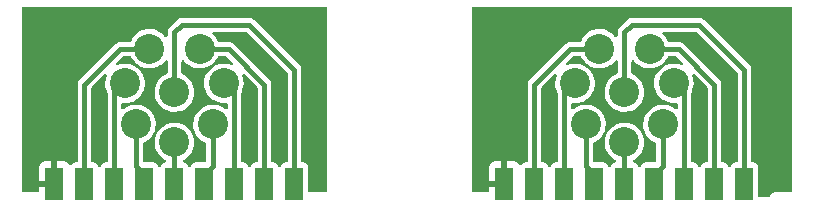
<source format=gbr>
%TF.GenerationSoftware,KiCad,Pcbnew,6.0.11-2627ca5db0~126~ubuntu22.04.1*%
%TF.CreationDate,2023-03-29T10:33:59-07:00*%
%TF.ProjectId,GX16-8P-Horizontal Slot Test,47583136-2d38-4502-9d48-6f72697a6f6e,rev?*%
%TF.SameCoordinates,Original*%
%TF.FileFunction,Copper,L2,Bot*%
%TF.FilePolarity,Positive*%
%FSLAX46Y46*%
G04 Gerber Fmt 4.6, Leading zero omitted, Abs format (unit mm)*
G04 Created by KiCad (PCBNEW 6.0.11-2627ca5db0~126~ubuntu22.04.1) date 2023-03-29 10:33:59*
%MOMM*%
%LPD*%
G01*
G04 APERTURE LIST*
%TA.AperFunction,ComponentPad*%
%ADD10C,2.540000*%
%TD*%
%TA.AperFunction,SMDPad,CuDef*%
%ADD11R,1.524000X2.794000*%
%TD*%
%TA.AperFunction,ViaPad*%
%ADD12C,0.800000*%
%TD*%
%TA.AperFunction,Conductor*%
%ADD13C,0.381000*%
%TD*%
G04 APERTURE END LIST*
D10*
%TO.P,J1,1,Pin_1*%
%TO.N,Net-(J1-Pad1)*%
X118525000Y-78869000D03*
%TO.P,J1,2,Pin_2*%
%TO.N,Net-(J1-Pad2)*%
X116465000Y-81812000D03*
%TO.P,J1,3,Pin_3*%
%TO.N,Net-(J1-Pad3)*%
X117394000Y-85282000D03*
%TO.P,J1,4,Pin_4*%
%TO.N,Net-(J1-Pad4)*%
X120650000Y-86800000D03*
%TO.P,J1,5,Pin_5*%
%TO.N,Net-(J1-Pad5)*%
X123906000Y-85282000D03*
%TO.P,J1,6,Pin_6*%
%TO.N,Net-(J1-Pad6)*%
X124835000Y-81812000D03*
%TO.P,J1,7,Pin_7*%
%TO.N,Net-(J1-Pad7)*%
X122775000Y-78869000D03*
%TO.P,J1,8,Pin_8*%
%TO.N,Net-(J1-Pad8)*%
X120650000Y-82550000D03*
%TD*%
%TO.P,J12,1,Pin_1*%
%TO.N,Net-(J12-Pad1)*%
X156625000Y-78869000D03*
%TO.P,J12,2,Pin_2*%
%TO.N,Net-(J12-Pad2)*%
X154565000Y-81812000D03*
%TO.P,J12,3,Pin_3*%
%TO.N,Net-(J12-Pad3)*%
X155494000Y-85282000D03*
%TO.P,J12,4,Pin_4*%
%TO.N,Net-(J12-Pad4)*%
X158750000Y-86800000D03*
%TO.P,J12,5,Pin_5*%
%TO.N,Net-(J12-Pad5)*%
X162006000Y-85282000D03*
%TO.P,J12,6,Pin_6*%
%TO.N,Net-(J12-Pad6)*%
X162935000Y-81812000D03*
%TO.P,J12,7,Pin_7*%
%TO.N,Net-(J12-Pad7)*%
X160875000Y-78869000D03*
%TO.P,J12,8,Pin_8*%
%TO.N,Net-(J12-Pad8)*%
X158750000Y-82550000D03*
%TD*%
D11*
%TO.P,J3,1,Pin_1*%
%TO.N,Net-(J1-PadMP)*%
X110490000Y-90297000D03*
%TO.P,J3,2,Pin_2*%
%TO.N,Net-(J1-Pad1)*%
X113030000Y-90297000D03*
%TO.P,J3,3,Pin_3*%
%TO.N,Net-(J1-Pad2)*%
X115570000Y-90297000D03*
%TO.P,J3,4,Pin_4*%
%TO.N,Net-(J1-Pad3)*%
X118110000Y-90297000D03*
%TO.P,J3,5,Pin_5*%
%TO.N,Net-(J1-Pad4)*%
X120650000Y-90297000D03*
%TO.P,J3,6,Pin_6*%
%TO.N,Net-(J1-Pad5)*%
X123190000Y-90297000D03*
%TO.P,J3,7,Pin_7*%
%TO.N,Net-(J1-Pad6)*%
X125730000Y-90297000D03*
%TO.P,J3,8,Pin_8*%
%TO.N,Net-(J1-Pad7)*%
X128270000Y-90297000D03*
%TO.P,J3,9,Pin_9*%
%TO.N,Net-(J1-Pad8)*%
X130810000Y-90297000D03*
%TD*%
%TO.P,J14,1,Pin_1*%
%TO.N,Net-(J12-PadMP)*%
X148590000Y-90297000D03*
%TO.P,J14,2,Pin_2*%
%TO.N,Net-(J12-Pad1)*%
X151130000Y-90297000D03*
%TO.P,J14,3,Pin_3*%
%TO.N,Net-(J12-Pad2)*%
X153670000Y-90297000D03*
%TO.P,J14,4,Pin_4*%
%TO.N,Net-(J12-Pad3)*%
X156210000Y-90297000D03*
%TO.P,J14,5,Pin_5*%
%TO.N,Net-(J12-Pad4)*%
X158750000Y-90297000D03*
%TO.P,J14,6,Pin_6*%
%TO.N,Net-(J12-Pad5)*%
X161290000Y-90297000D03*
%TO.P,J14,7,Pin_7*%
%TO.N,Net-(J12-Pad6)*%
X163830000Y-90297000D03*
%TO.P,J14,8,Pin_8*%
%TO.N,Net-(J12-Pad7)*%
X166370000Y-90297000D03*
%TO.P,J14,9,Pin_9*%
%TO.N,Net-(J12-Pad8)*%
X168910000Y-90297000D03*
%TD*%
D12*
%TO.N,Net-(J1-Pad1)*%
X113030000Y-89535000D03*
%TO.N,Net-(J1-Pad2)*%
X115570000Y-89535000D03*
%TO.N,Net-(J1-Pad3)*%
X118110000Y-89535000D03*
%TO.N,Net-(J1-Pad4)*%
X120650000Y-89535000D03*
%TO.N,Net-(J1-Pad5)*%
X123190000Y-89535000D03*
%TO.N,Net-(J1-Pad6)*%
X125730000Y-89535000D03*
%TO.N,Net-(J1-Pad7)*%
X128270000Y-89535000D03*
%TO.N,Net-(J1-Pad8)*%
X130810000Y-89535000D03*
%TO.N,Net-(J1-PadMP)*%
X119634000Y-84582000D03*
X114935000Y-78105000D03*
X111760000Y-84455000D03*
X118618000Y-81153000D03*
X129540000Y-85090000D03*
X122555000Y-87630000D03*
X122682000Y-81153000D03*
X126365000Y-78105000D03*
X121666000Y-84582000D03*
X114300000Y-87630000D03*
X127000000Y-87630000D03*
X111760000Y-87630000D03*
X127000000Y-82550000D03*
X114300000Y-82550000D03*
X110490000Y-89535000D03*
X118745000Y-87630000D03*
X129540000Y-87630000D03*
X128270000Y-80010000D03*
X113030000Y-80010000D03*
%TO.N,Net-(J12-Pad1)*%
X151130000Y-89535000D03*
%TO.N,Net-(J12-Pad2)*%
X153670000Y-89535000D03*
%TO.N,Net-(J12-Pad3)*%
X156210000Y-89535000D03*
%TO.N,Net-(J12-Pad4)*%
X158750000Y-89535000D03*
%TO.N,Net-(J12-Pad5)*%
X161290000Y-89535000D03*
%TO.N,Net-(J12-Pad6)*%
X163830000Y-89535000D03*
%TO.N,Net-(J12-Pad7)*%
X166370000Y-89535000D03*
%TO.N,Net-(J12-Pad8)*%
X168910000Y-89535000D03*
%TO.N,Net-(J12-PadMP)*%
X152400000Y-82550000D03*
X153035000Y-78105000D03*
X166370000Y-80010000D03*
X167640000Y-87630000D03*
X149860000Y-87630000D03*
X159766000Y-84582000D03*
X164465000Y-78105000D03*
X160782000Y-81153000D03*
X160655000Y-87630000D03*
X165100000Y-82550000D03*
X152400000Y-87630000D03*
X156718000Y-81153000D03*
X167640000Y-85090000D03*
X156845000Y-87630000D03*
X157734000Y-84582000D03*
X165100000Y-87630000D03*
X149860000Y-84455000D03*
X148590000Y-89535000D03*
X151130000Y-80010000D03*
%TD*%
D13*
%TO.N,Net-(J1-Pad1)*%
X116076000Y-78869000D02*
X113030000Y-81915000D01*
X113030000Y-81915000D02*
X113030000Y-89535000D01*
X118525000Y-78869000D02*
X116076000Y-78869000D01*
%TO.N,Net-(J1-Pad2)*%
X115570000Y-82550000D02*
X115570000Y-89535000D01*
X116465000Y-81812000D02*
X116308000Y-81812000D01*
X116308000Y-81812000D02*
X115570000Y-82550000D01*
%TO.N,Net-(J1-Pad3)*%
X118110000Y-89535000D02*
X117394000Y-88819000D01*
X117394000Y-88819000D02*
X117394000Y-85282000D01*
%TO.N,Net-(J1-Pad4)*%
X120650000Y-89535000D02*
X120650000Y-86800000D01*
%TO.N,Net-(J1-Pad5)*%
X123190000Y-89535000D02*
X123906000Y-88819000D01*
X123906000Y-88819000D02*
X123906000Y-85282000D01*
%TO.N,Net-(J1-Pad6)*%
X124835000Y-81812000D02*
X124992000Y-81812000D01*
X125730000Y-82550000D02*
X125730000Y-89535000D01*
X124992000Y-81812000D02*
X125730000Y-82550000D01*
%TO.N,Net-(J1-Pad7)*%
X122775000Y-78869000D02*
X125224000Y-78869000D01*
X125224000Y-78869000D02*
X128270000Y-81915000D01*
X128270000Y-81915000D02*
X128270000Y-89535000D01*
%TO.N,Net-(J1-Pad8)*%
X127000000Y-76835000D02*
X130810000Y-80645000D01*
X121285000Y-76835000D02*
X127000000Y-76835000D01*
X120650000Y-77470000D02*
X121285000Y-76835000D01*
X130810000Y-80645000D02*
X130810000Y-89535000D01*
X120650000Y-82550000D02*
X120650000Y-77470000D01*
%TO.N,Net-(J12-Pad1)*%
X154176000Y-78869000D02*
X151130000Y-81915000D01*
X156625000Y-78869000D02*
X154176000Y-78869000D01*
X151130000Y-81915000D02*
X151130000Y-89535000D01*
%TO.N,Net-(J12-Pad2)*%
X154565000Y-81812000D02*
X154408000Y-81812000D01*
X153670000Y-82550000D02*
X153670000Y-89535000D01*
X154408000Y-81812000D02*
X153670000Y-82550000D01*
%TO.N,Net-(J12-Pad3)*%
X155494000Y-88819000D02*
X155494000Y-85282000D01*
X156210000Y-89535000D02*
X155494000Y-88819000D01*
%TO.N,Net-(J12-Pad4)*%
X158750000Y-89535000D02*
X158750000Y-86800000D01*
%TO.N,Net-(J12-Pad5)*%
X161290000Y-89535000D02*
X162006000Y-88819000D01*
X162006000Y-88819000D02*
X162006000Y-85282000D01*
%TO.N,Net-(J12-Pad6)*%
X163092000Y-81812000D02*
X163830000Y-82550000D01*
X162935000Y-81812000D02*
X163092000Y-81812000D01*
X163830000Y-82550000D02*
X163830000Y-89535000D01*
%TO.N,Net-(J12-Pad7)*%
X163324000Y-78869000D02*
X166370000Y-81915000D01*
X166370000Y-81915000D02*
X166370000Y-89535000D01*
X160875000Y-78869000D02*
X163324000Y-78869000D01*
%TO.N,Net-(J12-Pad8)*%
X168910000Y-80645000D02*
X168910000Y-89535000D01*
X158750000Y-77470000D02*
X159385000Y-76835000D01*
X158750000Y-82550000D02*
X158750000Y-77470000D01*
X159385000Y-76835000D02*
X165100000Y-76835000D01*
X165100000Y-76835000D02*
X168910000Y-80645000D01*
%TD*%
%TA.AperFunction,Conductor*%
%TO.N,Net-(J12-PadMP)*%
G36*
X172902921Y-75344202D02*
G01*
X172949414Y-75397858D01*
X172960800Y-75450200D01*
X172960800Y-90919800D01*
X172940798Y-90987921D01*
X172887142Y-91034414D01*
X172834800Y-91045800D01*
X171490944Y-91045800D01*
X171471233Y-91044249D01*
X171459793Y-91042437D01*
X171450000Y-91040886D01*
X171440207Y-91042437D01*
X171418974Y-91045800D01*
X171336458Y-91058869D01*
X171336456Y-91058870D01*
X171326667Y-91060420D01*
X171215407Y-91117110D01*
X171127110Y-91205407D01*
X171070420Y-91316667D01*
X171068869Y-91326460D01*
X171068868Y-91326463D01*
X171067719Y-91333714D01*
X171037305Y-91397866D01*
X170977036Y-91435392D01*
X170943271Y-91440000D01*
X170192200Y-91440000D01*
X170124079Y-91419998D01*
X170077586Y-91366342D01*
X170066200Y-91314000D01*
X170066200Y-88868974D01*
X170051580Y-88776667D01*
X169994890Y-88665407D01*
X169906593Y-88577110D01*
X169795333Y-88520420D01*
X169785544Y-88518870D01*
X169785542Y-88518869D01*
X169759167Y-88514692D01*
X169703026Y-88505800D01*
X169620700Y-88505800D01*
X169552579Y-88485798D01*
X169506086Y-88432142D01*
X169494700Y-88379800D01*
X169494700Y-80691586D01*
X169495778Y-80675139D01*
X169498668Y-80653188D01*
X169499746Y-80645000D01*
X169479650Y-80492363D01*
X169420734Y-80350128D01*
X169350543Y-80258652D01*
X169350542Y-80258651D01*
X169327013Y-80227987D01*
X169318690Y-80221600D01*
X169302894Y-80209480D01*
X169290503Y-80198612D01*
X165546387Y-76454497D01*
X165535519Y-76442105D01*
X165522039Y-76424537D01*
X165517013Y-76417987D01*
X165439386Y-76358423D01*
X165394873Y-76324266D01*
X165353213Y-76307010D01*
X165252637Y-76265350D01*
X165244449Y-76264272D01*
X165138324Y-76250300D01*
X165138319Y-76250300D01*
X165100000Y-76245255D01*
X165091812Y-76246333D01*
X165069867Y-76249222D01*
X165053421Y-76250300D01*
X159431586Y-76250300D01*
X159415139Y-76249222D01*
X159393188Y-76246332D01*
X159385000Y-76245254D01*
X159376812Y-76246332D01*
X159359731Y-76248581D01*
X159232363Y-76265350D01*
X159090128Y-76324266D01*
X158967987Y-76417987D01*
X158962961Y-76424537D01*
X158962960Y-76424538D01*
X158949483Y-76442102D01*
X158938616Y-76454493D01*
X158369494Y-77023616D01*
X158357101Y-77034484D01*
X158332987Y-77052987D01*
X158273992Y-77129872D01*
X158239266Y-77175127D01*
X158239266Y-77175128D01*
X158233225Y-77189713D01*
X158233224Y-77189714D01*
X158185131Y-77305820D01*
X158180350Y-77317363D01*
X158166877Y-77419700D01*
X158160255Y-77470000D01*
X158161333Y-77478188D01*
X158164222Y-77500133D01*
X158165300Y-77516579D01*
X158165300Y-77771261D01*
X158145298Y-77839382D01*
X158091642Y-77885875D01*
X158021368Y-77895979D01*
X157956788Y-77866485D01*
X157940350Y-77849267D01*
X157878855Y-77771261D01*
X157855417Y-77741530D01*
X157675251Y-77572048D01*
X157671404Y-77569379D01*
X157475856Y-77433721D01*
X157475853Y-77433719D01*
X157472014Y-77431056D01*
X157467824Y-77428990D01*
X157467821Y-77428988D01*
X157254356Y-77323719D01*
X157254353Y-77323718D01*
X157250168Y-77321654D01*
X157206823Y-77307779D01*
X157019034Y-77247668D01*
X157019036Y-77247668D01*
X157014589Y-77246245D01*
X156880935Y-77224478D01*
X156775063Y-77207236D01*
X156775062Y-77207236D01*
X156770451Y-77206485D01*
X156646784Y-77204866D01*
X156527795Y-77203308D01*
X156527792Y-77203308D01*
X156523118Y-77203247D01*
X156425645Y-77216513D01*
X156282663Y-77235971D01*
X156282656Y-77235972D01*
X156278023Y-77236603D01*
X156273533Y-77237912D01*
X156273527Y-77237913D01*
X156172781Y-77267278D01*
X156040551Y-77305820D01*
X156036304Y-77307778D01*
X156036301Y-77307779D01*
X156015512Y-77317363D01*
X155815918Y-77409377D01*
X155812009Y-77411940D01*
X155612969Y-77542436D01*
X155612965Y-77542439D01*
X155609059Y-77545000D01*
X155424518Y-77709708D01*
X155266350Y-77899885D01*
X155138030Y-78111351D01*
X155136221Y-78115665D01*
X155136220Y-78115667D01*
X155097910Y-78207026D01*
X155053121Y-78262112D01*
X154981713Y-78284300D01*
X154222586Y-78284300D01*
X154206139Y-78283222D01*
X154184188Y-78280332D01*
X154176000Y-78279254D01*
X154167812Y-78280332D01*
X154150731Y-78282581D01*
X154023363Y-78299350D01*
X153881128Y-78358266D01*
X153758987Y-78451987D01*
X153753961Y-78458537D01*
X153753960Y-78458538D01*
X153740480Y-78476106D01*
X153729612Y-78488497D01*
X150749497Y-81468613D01*
X150737106Y-81479480D01*
X150712987Y-81497987D01*
X150707961Y-81504537D01*
X150661318Y-81565324D01*
X150661317Y-81565326D01*
X150652137Y-81577290D01*
X150619266Y-81620127D01*
X150619266Y-81620128D01*
X150560350Y-81762363D01*
X150545300Y-81876679D01*
X150540255Y-81915000D01*
X150541333Y-81923188D01*
X150544222Y-81945133D01*
X150545300Y-81961579D01*
X150545300Y-88379800D01*
X150525298Y-88447921D01*
X150471642Y-88494414D01*
X150419300Y-88505800D01*
X150336974Y-88505800D01*
X150280833Y-88514692D01*
X150254458Y-88518869D01*
X150254456Y-88518870D01*
X150244667Y-88520420D01*
X150133407Y-88577110D01*
X150045110Y-88665407D01*
X150040610Y-88674238D01*
X150040609Y-88674240D01*
X150037560Y-88680224D01*
X149988810Y-88731838D01*
X149919895Y-88748903D01*
X149852694Y-88726001D01*
X149807312Y-88667248D01*
X149805325Y-88661948D01*
X149796786Y-88646351D01*
X149720285Y-88544276D01*
X149707724Y-88531715D01*
X149605649Y-88455214D01*
X149590054Y-88446676D01*
X149469606Y-88401522D01*
X149454351Y-88397895D01*
X149403486Y-88392369D01*
X149396672Y-88392000D01*
X148862115Y-88392000D01*
X148846876Y-88396475D01*
X148845671Y-88397865D01*
X148844000Y-88405548D01*
X148844000Y-90425000D01*
X148823998Y-90493121D01*
X148770342Y-90539614D01*
X148718000Y-90551000D01*
X147338116Y-90551000D01*
X147322877Y-90555475D01*
X147321672Y-90556865D01*
X147320001Y-90564548D01*
X147320001Y-90919800D01*
X147299999Y-90987921D01*
X147246343Y-91034414D01*
X147194001Y-91045800D01*
X145935200Y-91045800D01*
X145867079Y-91025798D01*
X145820586Y-90972142D01*
X145809200Y-90919800D01*
X145809200Y-90024885D01*
X147320000Y-90024885D01*
X147324475Y-90040124D01*
X147325865Y-90041329D01*
X147333548Y-90043000D01*
X148317885Y-90043000D01*
X148333124Y-90038525D01*
X148334329Y-90037135D01*
X148336000Y-90029452D01*
X148336000Y-88410116D01*
X148331525Y-88394877D01*
X148330135Y-88393672D01*
X148322452Y-88392001D01*
X147783331Y-88392001D01*
X147776510Y-88392371D01*
X147725648Y-88397895D01*
X147710396Y-88401521D01*
X147589946Y-88446676D01*
X147574351Y-88455214D01*
X147472276Y-88531715D01*
X147459715Y-88544276D01*
X147383214Y-88646351D01*
X147374676Y-88661946D01*
X147329522Y-88782394D01*
X147325895Y-88797649D01*
X147320369Y-88848514D01*
X147320000Y-88855328D01*
X147320000Y-90024885D01*
X145809200Y-90024885D01*
X145809200Y-75450200D01*
X145829202Y-75382079D01*
X145882858Y-75335586D01*
X145935200Y-75324200D01*
X172834800Y-75324200D01*
X172902921Y-75344202D01*
G37*
%TD.AperFunction*%
%TA.AperFunction,Conductor*%
G36*
X152946199Y-81029859D02*
G01*
X153003034Y-81072406D01*
X153027845Y-81138926D01*
X153018363Y-81196639D01*
X152982375Y-81282461D01*
X152921488Y-81522204D01*
X152896706Y-81768314D01*
X152896930Y-81772981D01*
X152896930Y-81772986D01*
X152901911Y-81876679D01*
X152908573Y-82015384D01*
X152956830Y-82257985D01*
X153040415Y-82490789D01*
X153042632Y-82494915D01*
X153070292Y-82546393D01*
X153085300Y-82606031D01*
X153085300Y-88379800D01*
X153065298Y-88447921D01*
X153011642Y-88494414D01*
X152959300Y-88505800D01*
X152876974Y-88505800D01*
X152820833Y-88514692D01*
X152794458Y-88518869D01*
X152794456Y-88518870D01*
X152784667Y-88520420D01*
X152673407Y-88577110D01*
X152585110Y-88665407D01*
X152528420Y-88776667D01*
X152526870Y-88786456D01*
X152526869Y-88786458D01*
X152524449Y-88801739D01*
X152494037Y-88865892D01*
X152433768Y-88903419D01*
X152362779Y-88902405D01*
X152303607Y-88863172D01*
X152275551Y-88801739D01*
X152273131Y-88786458D01*
X152273130Y-88786456D01*
X152271580Y-88776667D01*
X152214890Y-88665407D01*
X152126593Y-88577110D01*
X152015333Y-88520420D01*
X152005544Y-88518870D01*
X152005542Y-88518869D01*
X151979167Y-88514692D01*
X151923026Y-88505800D01*
X151840700Y-88505800D01*
X151772579Y-88485798D01*
X151726086Y-88432142D01*
X151714700Y-88379800D01*
X151714700Y-82209380D01*
X151734702Y-82141259D01*
X151751605Y-82120285D01*
X152813071Y-81058820D01*
X152875383Y-81024794D01*
X152946199Y-81029859D01*
G37*
%TD.AperFunction*%
%TA.AperFunction,Conductor*%
G36*
X164873741Y-77439702D02*
G01*
X164894715Y-77456605D01*
X168288395Y-80850286D01*
X168322421Y-80912598D01*
X168325300Y-80939381D01*
X168325300Y-88379800D01*
X168305298Y-88447921D01*
X168251642Y-88494414D01*
X168199300Y-88505800D01*
X168116974Y-88505800D01*
X168060833Y-88514692D01*
X168034458Y-88518869D01*
X168034456Y-88518870D01*
X168024667Y-88520420D01*
X167913407Y-88577110D01*
X167825110Y-88665407D01*
X167768420Y-88776667D01*
X167766870Y-88786456D01*
X167766869Y-88786458D01*
X167764449Y-88801739D01*
X167734037Y-88865892D01*
X167673768Y-88903419D01*
X167602779Y-88902405D01*
X167543607Y-88863172D01*
X167515551Y-88801739D01*
X167513131Y-88786458D01*
X167513130Y-88786456D01*
X167511580Y-88776667D01*
X167454890Y-88665407D01*
X167366593Y-88577110D01*
X167255333Y-88520420D01*
X167245544Y-88518870D01*
X167245542Y-88518869D01*
X167219167Y-88514692D01*
X167163026Y-88505800D01*
X167080700Y-88505800D01*
X167012579Y-88485798D01*
X166966086Y-88432142D01*
X166954700Y-88379800D01*
X166954700Y-81961586D01*
X166955778Y-81945139D01*
X166958668Y-81923188D01*
X166959746Y-81915000D01*
X166939650Y-81762363D01*
X166880734Y-81620128D01*
X166810543Y-81528652D01*
X166810542Y-81528651D01*
X166787013Y-81497987D01*
X166762893Y-81479479D01*
X166750503Y-81468612D01*
X163770387Y-78488497D01*
X163759519Y-78476105D01*
X163746039Y-78458537D01*
X163741013Y-78451987D01*
X163663386Y-78392423D01*
X163618873Y-78358266D01*
X163573473Y-78339461D01*
X163476637Y-78299350D01*
X163417365Y-78291547D01*
X163362324Y-78284300D01*
X163362319Y-78284300D01*
X163324000Y-78279255D01*
X163315812Y-78280333D01*
X163293867Y-78283222D01*
X163277421Y-78284300D01*
X162519505Y-78284300D01*
X162451384Y-78264298D01*
X162404891Y-78210642D01*
X162402072Y-78203966D01*
X162382989Y-78154892D01*
X162382985Y-78154884D01*
X162381294Y-78150535D01*
X162378976Y-78146479D01*
X162260872Y-77939839D01*
X162260870Y-77939837D01*
X162258553Y-77935782D01*
X162105417Y-77741530D01*
X161994801Y-77637474D01*
X161958890Y-77576231D01*
X161961789Y-77505294D01*
X162002580Y-77447185D01*
X162068312Y-77420354D01*
X162081135Y-77419700D01*
X164805620Y-77419700D01*
X164873741Y-77439702D01*
G37*
%TD.AperFunction*%
%TA.AperFunction,Conductor*%
G36*
X164639895Y-81028930D02*
G01*
X164686598Y-81058489D01*
X165748395Y-82120286D01*
X165782421Y-82182598D01*
X165785300Y-82209381D01*
X165785300Y-88379800D01*
X165765298Y-88447921D01*
X165711642Y-88494414D01*
X165659300Y-88505800D01*
X165576974Y-88505800D01*
X165520833Y-88514692D01*
X165494458Y-88518869D01*
X165494456Y-88518870D01*
X165484667Y-88520420D01*
X165373407Y-88577110D01*
X165285110Y-88665407D01*
X165228420Y-88776667D01*
X165226870Y-88786456D01*
X165226869Y-88786458D01*
X165224449Y-88801739D01*
X165194037Y-88865892D01*
X165133768Y-88903419D01*
X165062779Y-88902405D01*
X165003607Y-88863172D01*
X164975551Y-88801739D01*
X164973131Y-88786458D01*
X164973130Y-88786456D01*
X164971580Y-88776667D01*
X164914890Y-88665407D01*
X164826593Y-88577110D01*
X164715333Y-88520420D01*
X164705544Y-88518870D01*
X164705542Y-88518869D01*
X164679167Y-88514692D01*
X164623026Y-88505800D01*
X164540700Y-88505800D01*
X164472579Y-88485798D01*
X164426086Y-88432142D01*
X164414700Y-88379800D01*
X164414700Y-82606365D01*
X164425818Y-82554614D01*
X164426473Y-82553160D01*
X164503221Y-82382786D01*
X164570363Y-82144718D01*
X164586720Y-82016146D01*
X164601181Y-81902473D01*
X164601181Y-81902467D01*
X164601579Y-81899342D01*
X164602173Y-81876679D01*
X164602863Y-81850306D01*
X164603866Y-81812000D01*
X164599610Y-81754732D01*
X164585881Y-81569978D01*
X164585880Y-81569974D01*
X164585535Y-81565326D01*
X164577237Y-81528652D01*
X164531975Y-81328628D01*
X164530944Y-81324071D01*
X164529251Y-81319717D01*
X164480072Y-81193252D01*
X164474025Y-81122513D01*
X164507182Y-81059735D01*
X164569016Y-81024848D01*
X164639895Y-81028930D01*
G37*
%TD.AperFunction*%
%TA.AperFunction,Conductor*%
G36*
X155046119Y-79473702D02*
G01*
X155092612Y-79527358D01*
X155096579Y-79537106D01*
X155100415Y-79547789D01*
X155217493Y-79765681D01*
X155220288Y-79769425D01*
X155220290Y-79769427D01*
X155282368Y-79852559D01*
X155365491Y-79963875D01*
X155368800Y-79967155D01*
X155368805Y-79967161D01*
X155512584Y-80109690D01*
X155541158Y-80138016D01*
X155544920Y-80140774D01*
X155544923Y-80140777D01*
X155705682Y-80258650D01*
X155740636Y-80284279D01*
X155744767Y-80286453D01*
X155744768Y-80286453D01*
X155955406Y-80397275D01*
X155955412Y-80397277D01*
X155959541Y-80399450D01*
X155963949Y-80400989D01*
X155963955Y-80400992D01*
X156188650Y-80479459D01*
X156193066Y-80481001D01*
X156197659Y-80481873D01*
X156431490Y-80526267D01*
X156431493Y-80526267D01*
X156436079Y-80527138D01*
X156553588Y-80531755D01*
X156678575Y-80536666D01*
X156678580Y-80536666D01*
X156683243Y-80536849D01*
X156779869Y-80526267D01*
X156924474Y-80510431D01*
X156924480Y-80510430D01*
X156929127Y-80509921D01*
X156995817Y-80492363D01*
X157163807Y-80448135D01*
X157163809Y-80448134D01*
X157168330Y-80446944D01*
X157278875Y-80399450D01*
X157391303Y-80351147D01*
X157391305Y-80351146D01*
X157395597Y-80349302D01*
X157500673Y-80284279D01*
X157601962Y-80221600D01*
X157601966Y-80221597D01*
X157605935Y-80219141D01*
X157794724Y-80059319D01*
X157944569Y-79888455D01*
X158004522Y-79850428D01*
X158075517Y-79850850D01*
X158135014Y-79889589D01*
X158164122Y-79954344D01*
X158165300Y-79971533D01*
X158165300Y-80906278D01*
X158145298Y-80974399D01*
X158092051Y-81020704D01*
X158072192Y-81029859D01*
X157940918Y-81090377D01*
X157937009Y-81092940D01*
X157737969Y-81223436D01*
X157737965Y-81223439D01*
X157734059Y-81226000D01*
X157549518Y-81390708D01*
X157391350Y-81580885D01*
X157263030Y-81792351D01*
X157261221Y-81796665D01*
X157261220Y-81796667D01*
X157195527Y-81953327D01*
X157167375Y-82020461D01*
X157106488Y-82260204D01*
X157081706Y-82506314D01*
X157081930Y-82510981D01*
X157081930Y-82510986D01*
X157086605Y-82608314D01*
X157093573Y-82753384D01*
X157141830Y-82995985D01*
X157225415Y-83228789D01*
X157342493Y-83446681D01*
X157345288Y-83450425D01*
X157345290Y-83450427D01*
X157367383Y-83480013D01*
X157490491Y-83644875D01*
X157493800Y-83648155D01*
X157493805Y-83648161D01*
X157662841Y-83815728D01*
X157666158Y-83819016D01*
X157669920Y-83821774D01*
X157669923Y-83821777D01*
X157859960Y-83961117D01*
X157865636Y-83965279D01*
X157869767Y-83967453D01*
X157869768Y-83967453D01*
X158080406Y-84078275D01*
X158080412Y-84078277D01*
X158084541Y-84080450D01*
X158088949Y-84081989D01*
X158088955Y-84081992D01*
X158313650Y-84160459D01*
X158318066Y-84162001D01*
X158322659Y-84162873D01*
X158556490Y-84207267D01*
X158556493Y-84207267D01*
X158561079Y-84208138D01*
X158678588Y-84212755D01*
X158803575Y-84217666D01*
X158803580Y-84217666D01*
X158808243Y-84217849D01*
X158904869Y-84207267D01*
X159049474Y-84191431D01*
X159049480Y-84191430D01*
X159054127Y-84190921D01*
X159169830Y-84160459D01*
X159288807Y-84129135D01*
X159288809Y-84129134D01*
X159293330Y-84127944D01*
X159305517Y-84122708D01*
X159516303Y-84032147D01*
X159516305Y-84032146D01*
X159520597Y-84030302D01*
X159625673Y-83965279D01*
X159726962Y-83902600D01*
X159726966Y-83902597D01*
X159730935Y-83900141D01*
X159919724Y-83740319D01*
X159941119Y-83715922D01*
X160079734Y-83557864D01*
X160079738Y-83557859D01*
X160082816Y-83554349D01*
X160129479Y-83481803D01*
X160214100Y-83350245D01*
X160214103Y-83350240D01*
X160216628Y-83346314D01*
X160318221Y-83120786D01*
X160385363Y-82882718D01*
X160401233Y-82757969D01*
X160416181Y-82640473D01*
X160416181Y-82640467D01*
X160416579Y-82637342D01*
X160418866Y-82550000D01*
X160415274Y-82501660D01*
X160400881Y-82307978D01*
X160400880Y-82307974D01*
X160400535Y-82303326D01*
X160391832Y-82264862D01*
X160346975Y-82066628D01*
X160345944Y-82062071D01*
X160344251Y-82057717D01*
X160257987Y-81835888D01*
X160257986Y-81835885D01*
X160256294Y-81831535D01*
X160243329Y-81808851D01*
X160135872Y-81620839D01*
X160135870Y-81620837D01*
X160133553Y-81616782D01*
X159980417Y-81422530D01*
X159800251Y-81253048D01*
X159796404Y-81250379D01*
X159600856Y-81114721D01*
X159600853Y-81114719D01*
X159597014Y-81112056D01*
X159592824Y-81109990D01*
X159592821Y-81109988D01*
X159488751Y-81058667D01*
X159404971Y-81017351D01*
X159352723Y-80969284D01*
X159334700Y-80904346D01*
X159334700Y-79967173D01*
X159354702Y-79899052D01*
X159408358Y-79852559D01*
X159478632Y-79842455D01*
X159543212Y-79871949D01*
X159561658Y-79891784D01*
X159612699Y-79960137D01*
X159612704Y-79960143D01*
X159615491Y-79963875D01*
X159618800Y-79967155D01*
X159618805Y-79967161D01*
X159762584Y-80109690D01*
X159791158Y-80138016D01*
X159794920Y-80140774D01*
X159794923Y-80140777D01*
X159955682Y-80258650D01*
X159990636Y-80284279D01*
X159994767Y-80286453D01*
X159994768Y-80286453D01*
X160205406Y-80397275D01*
X160205412Y-80397277D01*
X160209541Y-80399450D01*
X160213949Y-80400989D01*
X160213955Y-80400992D01*
X160438650Y-80479459D01*
X160443066Y-80481001D01*
X160447659Y-80481873D01*
X160681490Y-80526267D01*
X160681493Y-80526267D01*
X160686079Y-80527138D01*
X160803588Y-80531755D01*
X160928575Y-80536666D01*
X160928580Y-80536666D01*
X160933243Y-80536849D01*
X161029869Y-80526267D01*
X161174474Y-80510431D01*
X161174480Y-80510430D01*
X161179127Y-80509921D01*
X161245817Y-80492363D01*
X161413807Y-80448135D01*
X161413809Y-80448134D01*
X161418330Y-80446944D01*
X161528875Y-80399450D01*
X161641303Y-80351147D01*
X161641305Y-80351146D01*
X161645597Y-80349302D01*
X161750673Y-80284279D01*
X161851962Y-80221600D01*
X161851966Y-80221597D01*
X161855935Y-80219141D01*
X162044724Y-80059319D01*
X162125545Y-79967161D01*
X162204734Y-79876864D01*
X162204738Y-79876859D01*
X162207816Y-79873349D01*
X162341628Y-79665314D01*
X162392711Y-79551915D01*
X162403506Y-79527950D01*
X162449721Y-79474055D01*
X162518388Y-79453700D01*
X163029620Y-79453700D01*
X163097741Y-79473702D01*
X163118715Y-79490605D01*
X163681779Y-80053669D01*
X163715805Y-80115981D01*
X163710740Y-80186796D01*
X163668193Y-80243632D01*
X163601673Y-80268443D01*
X163554271Y-80262766D01*
X163387803Y-80209480D01*
X163324589Y-80189245D01*
X163190935Y-80167478D01*
X163085063Y-80150236D01*
X163085062Y-80150236D01*
X163080451Y-80149485D01*
X162956784Y-80147866D01*
X162837795Y-80146308D01*
X162837792Y-80146308D01*
X162833118Y-80146247D01*
X162735645Y-80159513D01*
X162592663Y-80178971D01*
X162592656Y-80178972D01*
X162588023Y-80179603D01*
X162583533Y-80180912D01*
X162583527Y-80180913D01*
X162522806Y-80198612D01*
X162350551Y-80248820D01*
X162346304Y-80250778D01*
X162346301Y-80250779D01*
X162262282Y-80289512D01*
X162125918Y-80352377D01*
X162122009Y-80354940D01*
X161922969Y-80485436D01*
X161922965Y-80485439D01*
X161919059Y-80488000D01*
X161915576Y-80491109D01*
X161915573Y-80491111D01*
X161894498Y-80509921D01*
X161734518Y-80652708D01*
X161576350Y-80842885D01*
X161448030Y-81054351D01*
X161446221Y-81058665D01*
X161446220Y-81058667D01*
X161363365Y-81256254D01*
X161352375Y-81282461D01*
X161291488Y-81522204D01*
X161266706Y-81768314D01*
X161266930Y-81772981D01*
X161266930Y-81772986D01*
X161271911Y-81876679D01*
X161278573Y-82015384D01*
X161326830Y-82257985D01*
X161410415Y-82490789D01*
X161527493Y-82708681D01*
X161675491Y-82906875D01*
X161678800Y-82910155D01*
X161678805Y-82910161D01*
X161847841Y-83077728D01*
X161851158Y-83081016D01*
X161854920Y-83083774D01*
X161854923Y-83083777D01*
X161965152Y-83164600D01*
X162050636Y-83227279D01*
X162054767Y-83229453D01*
X162054768Y-83229453D01*
X162265406Y-83340275D01*
X162265412Y-83340277D01*
X162269541Y-83342450D01*
X162273949Y-83343989D01*
X162273955Y-83343992D01*
X162498650Y-83422459D01*
X162503066Y-83424001D01*
X162507659Y-83424873D01*
X162741490Y-83469267D01*
X162741493Y-83469267D01*
X162746079Y-83470138D01*
X162863588Y-83474755D01*
X162988575Y-83479666D01*
X162988580Y-83479666D01*
X162993243Y-83479849D01*
X163105583Y-83467546D01*
X163175476Y-83480013D01*
X163227534Y-83528288D01*
X163245300Y-83592797D01*
X163245300Y-83875436D01*
X163225298Y-83943557D01*
X163171642Y-83990050D01*
X163101368Y-84000154D01*
X163047480Y-83978963D01*
X162856856Y-83846721D01*
X162856853Y-83846719D01*
X162853014Y-83844056D01*
X162848824Y-83841990D01*
X162848821Y-83841988D01*
X162635356Y-83736719D01*
X162635353Y-83736718D01*
X162631168Y-83734654D01*
X162587823Y-83720779D01*
X162400034Y-83660668D01*
X162400036Y-83660668D01*
X162395589Y-83659245D01*
X162261935Y-83637478D01*
X162156063Y-83620236D01*
X162156062Y-83620236D01*
X162151451Y-83619485D01*
X162027785Y-83617866D01*
X161908795Y-83616308D01*
X161908792Y-83616308D01*
X161904118Y-83616247D01*
X161806645Y-83629513D01*
X161663663Y-83648971D01*
X161663656Y-83648972D01*
X161659023Y-83649603D01*
X161654533Y-83650912D01*
X161654527Y-83650913D01*
X161553781Y-83680278D01*
X161421551Y-83718820D01*
X161417304Y-83720778D01*
X161417301Y-83720779D01*
X161390291Y-83733231D01*
X161196918Y-83822377D01*
X161193009Y-83824940D01*
X160993969Y-83955436D01*
X160993965Y-83955439D01*
X160990059Y-83958000D01*
X160986576Y-83961109D01*
X160986573Y-83961111D01*
X160911809Y-84027840D01*
X160805518Y-84122708D01*
X160647350Y-84312885D01*
X160519030Y-84524351D01*
X160517221Y-84528665D01*
X160517220Y-84528667D01*
X160504300Y-84559479D01*
X160423375Y-84752461D01*
X160362488Y-84992204D01*
X160337706Y-85238314D01*
X160337930Y-85242981D01*
X160337930Y-85242986D01*
X160338494Y-85254719D01*
X160349573Y-85485384D01*
X160397830Y-85727985D01*
X160481415Y-85960789D01*
X160598493Y-86178681D01*
X160746491Y-86376875D01*
X160749800Y-86380155D01*
X160749805Y-86380161D01*
X160880988Y-86510204D01*
X160922158Y-86551016D01*
X160925920Y-86553774D01*
X160925923Y-86553777D01*
X161036152Y-86634600D01*
X161121636Y-86697279D01*
X161340541Y-86812450D01*
X161344961Y-86813993D01*
X161345537Y-86814244D01*
X161400034Y-86859747D01*
X161421300Y-86929796D01*
X161421300Y-88379800D01*
X161401298Y-88447921D01*
X161347642Y-88494414D01*
X161295300Y-88505800D01*
X160496974Y-88505800D01*
X160440833Y-88514692D01*
X160414458Y-88518869D01*
X160414456Y-88518870D01*
X160404667Y-88520420D01*
X160293407Y-88577110D01*
X160205110Y-88665407D01*
X160148420Y-88776667D01*
X160146870Y-88786456D01*
X160146869Y-88786458D01*
X160144449Y-88801739D01*
X160114037Y-88865892D01*
X160053768Y-88903419D01*
X159982779Y-88902405D01*
X159923607Y-88863172D01*
X159895551Y-88801739D01*
X159893131Y-88786458D01*
X159893130Y-88786456D01*
X159891580Y-88776667D01*
X159834890Y-88665407D01*
X159746593Y-88577110D01*
X159635333Y-88520420D01*
X159625542Y-88518869D01*
X159625541Y-88518869D01*
X159570107Y-88510089D01*
X159505954Y-88479676D01*
X159468427Y-88419408D01*
X159469441Y-88348419D01*
X159508674Y-88289247D01*
X159523515Y-88278496D01*
X159730935Y-88150141D01*
X159919724Y-87990319D01*
X160000545Y-87898161D01*
X160079734Y-87807864D01*
X160079738Y-87807859D01*
X160082816Y-87804349D01*
X160216628Y-87596314D01*
X160318221Y-87370786D01*
X160385363Y-87132718D01*
X160401233Y-87007969D01*
X160416181Y-86890473D01*
X160416181Y-86890467D01*
X160416579Y-86887342D01*
X160418866Y-86800000D01*
X160405307Y-86617537D01*
X160400881Y-86557978D01*
X160400880Y-86557974D01*
X160400535Y-86553326D01*
X160399269Y-86547728D01*
X160346975Y-86316628D01*
X160345944Y-86312071D01*
X160334412Y-86282416D01*
X160257987Y-86085888D01*
X160257986Y-86085885D01*
X160256294Y-86081535D01*
X160252018Y-86074053D01*
X160135872Y-85870839D01*
X160135870Y-85870837D01*
X160133553Y-85866782D01*
X159980417Y-85672530D01*
X159800251Y-85503048D01*
X159768057Y-85480714D01*
X159600856Y-85364721D01*
X159600853Y-85364719D01*
X159597014Y-85362056D01*
X159592824Y-85359990D01*
X159592821Y-85359988D01*
X159379356Y-85254719D01*
X159379353Y-85254718D01*
X159375168Y-85252654D01*
X159331823Y-85238779D01*
X159144034Y-85178668D01*
X159144036Y-85178668D01*
X159139589Y-85177245D01*
X159005935Y-85155478D01*
X158900063Y-85138236D01*
X158900062Y-85138236D01*
X158895451Y-85137485D01*
X158771784Y-85135866D01*
X158652795Y-85134308D01*
X158652792Y-85134308D01*
X158648118Y-85134247D01*
X158550645Y-85147513D01*
X158407663Y-85166971D01*
X158407656Y-85166972D01*
X158403023Y-85167603D01*
X158398533Y-85168912D01*
X158398527Y-85168913D01*
X158297781Y-85198278D01*
X158165551Y-85236820D01*
X158161304Y-85238778D01*
X158161301Y-85238779D01*
X158134291Y-85251231D01*
X157940918Y-85340377D01*
X157937009Y-85342940D01*
X157737969Y-85473436D01*
X157737965Y-85473439D01*
X157734059Y-85476000D01*
X157730576Y-85479109D01*
X157730573Y-85479111D01*
X157573598Y-85619216D01*
X157549518Y-85640708D01*
X157391350Y-85830885D01*
X157263030Y-86042351D01*
X157261221Y-86046665D01*
X157261220Y-86046667D01*
X157205862Y-86178681D01*
X157167375Y-86270461D01*
X157106488Y-86510204D01*
X157081706Y-86756314D01*
X157081930Y-86760981D01*
X157081930Y-86760986D01*
X157086674Y-86859747D01*
X157093573Y-87003384D01*
X157141830Y-87245985D01*
X157225415Y-87478789D01*
X157342493Y-87696681D01*
X157490491Y-87894875D01*
X157493800Y-87898155D01*
X157493805Y-87898161D01*
X157662841Y-88065728D01*
X157666158Y-88069016D01*
X157669920Y-88071774D01*
X157669923Y-88071777D01*
X157780151Y-88152599D01*
X157865636Y-88215279D01*
X157869769Y-88217453D01*
X157869773Y-88217456D01*
X157975496Y-88273080D01*
X158026468Y-88322499D01*
X158042631Y-88391632D01*
X158018852Y-88458528D01*
X157962681Y-88501949D01*
X157936540Y-88509036D01*
X157894929Y-88515627D01*
X157874459Y-88518869D01*
X157874458Y-88518869D01*
X157864667Y-88520420D01*
X157753407Y-88577110D01*
X157665110Y-88665407D01*
X157608420Y-88776667D01*
X157606870Y-88786456D01*
X157606869Y-88786458D01*
X157604449Y-88801739D01*
X157574037Y-88865892D01*
X157513768Y-88903419D01*
X157442779Y-88902405D01*
X157383607Y-88863172D01*
X157355551Y-88801739D01*
X157353131Y-88786458D01*
X157353130Y-88786456D01*
X157351580Y-88776667D01*
X157294890Y-88665407D01*
X157206593Y-88577110D01*
X157095333Y-88520420D01*
X157085544Y-88518870D01*
X157085542Y-88518869D01*
X157059167Y-88514692D01*
X157003026Y-88505800D01*
X156204700Y-88505800D01*
X156136579Y-88485798D01*
X156090086Y-88432142D01*
X156078700Y-88379800D01*
X156078700Y-86925173D01*
X156098702Y-86857052D01*
X156154962Y-86809405D01*
X156260303Y-86764147D01*
X156260305Y-86764146D01*
X156264597Y-86762302D01*
X156369673Y-86697279D01*
X156470962Y-86634600D01*
X156470966Y-86634597D01*
X156474935Y-86632141D01*
X156663724Y-86472319D01*
X156744545Y-86380161D01*
X156823734Y-86289864D01*
X156823738Y-86289859D01*
X156826816Y-86286349D01*
X156829346Y-86282416D01*
X156958100Y-86082245D01*
X156958103Y-86082240D01*
X156960628Y-86078314D01*
X157062221Y-85852786D01*
X157129363Y-85614718D01*
X157139313Y-85536504D01*
X157160181Y-85372473D01*
X157160181Y-85372467D01*
X157160579Y-85369342D01*
X157161338Y-85340377D01*
X157162783Y-85285160D01*
X157162866Y-85282000D01*
X157160685Y-85252654D01*
X157144881Y-85039978D01*
X157144880Y-85039974D01*
X157144535Y-85035326D01*
X157135832Y-84996862D01*
X157090975Y-84798628D01*
X157089944Y-84794071D01*
X157088251Y-84789717D01*
X157001987Y-84567888D01*
X157001986Y-84567885D01*
X157000294Y-84563535D01*
X156997976Y-84559479D01*
X156879872Y-84352839D01*
X156879870Y-84352837D01*
X156877553Y-84348782D01*
X156724417Y-84154530D01*
X156544251Y-83985048D01*
X156522574Y-83970010D01*
X156344856Y-83846721D01*
X156344853Y-83846719D01*
X156341014Y-83844056D01*
X156336824Y-83841990D01*
X156336821Y-83841988D01*
X156123356Y-83736719D01*
X156123353Y-83736718D01*
X156119168Y-83734654D01*
X156075823Y-83720779D01*
X155888034Y-83660668D01*
X155888036Y-83660668D01*
X155883589Y-83659245D01*
X155749935Y-83637478D01*
X155644063Y-83620236D01*
X155644062Y-83620236D01*
X155639451Y-83619485D01*
X155515785Y-83617866D01*
X155396795Y-83616308D01*
X155396792Y-83616308D01*
X155392118Y-83616247D01*
X155294645Y-83629513D01*
X155151663Y-83648971D01*
X155151656Y-83648972D01*
X155147023Y-83649603D01*
X155142533Y-83650912D01*
X155142527Y-83650913D01*
X155041781Y-83680278D01*
X154909551Y-83718820D01*
X154905304Y-83720778D01*
X154905301Y-83720779D01*
X154878291Y-83733231D01*
X154684918Y-83822377D01*
X154681009Y-83824940D01*
X154481969Y-83955436D01*
X154481965Y-83955439D01*
X154478059Y-83958000D01*
X154474577Y-83961108D01*
X154474565Y-83961117D01*
X154464602Y-83970010D01*
X154400462Y-84000449D01*
X154330047Y-83991378D01*
X154275714Y-83945678D01*
X154254700Y-83876008D01*
X154254700Y-83596417D01*
X154274702Y-83528296D01*
X154328358Y-83481803D01*
X154385647Y-83470514D01*
X154618575Y-83479666D01*
X154618580Y-83479666D01*
X154623243Y-83479849D01*
X154701615Y-83471266D01*
X154864474Y-83453431D01*
X154864480Y-83453430D01*
X154869127Y-83452921D01*
X154878600Y-83450427D01*
X155103807Y-83391135D01*
X155103809Y-83391134D01*
X155108330Y-83389944D01*
X155200732Y-83350245D01*
X155331303Y-83294147D01*
X155331305Y-83294146D01*
X155335597Y-83292302D01*
X155440673Y-83227279D01*
X155541962Y-83164600D01*
X155541966Y-83164597D01*
X155545935Y-83162141D01*
X155734724Y-83002319D01*
X155815545Y-82910161D01*
X155894734Y-82819864D01*
X155894738Y-82819859D01*
X155897816Y-82816349D01*
X155935367Y-82757969D01*
X156029100Y-82612245D01*
X156029103Y-82612240D01*
X156031628Y-82608314D01*
X156133221Y-82382786D01*
X156200363Y-82144718D01*
X156216720Y-82016146D01*
X156231181Y-81902473D01*
X156231181Y-81902467D01*
X156231579Y-81899342D01*
X156232173Y-81876679D01*
X156232863Y-81850306D01*
X156233866Y-81812000D01*
X156229610Y-81754732D01*
X156215881Y-81569978D01*
X156215880Y-81569974D01*
X156215535Y-81565326D01*
X156207237Y-81528652D01*
X156161975Y-81328628D01*
X156160944Y-81324071D01*
X156159251Y-81319717D01*
X156072987Y-81097888D01*
X156072986Y-81097885D01*
X156071294Y-81093535D01*
X156051453Y-81058820D01*
X155950872Y-80882839D01*
X155950870Y-80882837D01*
X155948553Y-80878782D01*
X155795417Y-80684530D01*
X155615251Y-80515048D01*
X155606144Y-80508730D01*
X155415856Y-80376721D01*
X155415853Y-80376719D01*
X155412014Y-80374056D01*
X155407824Y-80371990D01*
X155407821Y-80371988D01*
X155194356Y-80266719D01*
X155194353Y-80266718D01*
X155190168Y-80264654D01*
X155173068Y-80259180D01*
X155017803Y-80209480D01*
X154954589Y-80189245D01*
X154820935Y-80167478D01*
X154715063Y-80150236D01*
X154715062Y-80150236D01*
X154710451Y-80149485D01*
X154586784Y-80147866D01*
X154467795Y-80146308D01*
X154467792Y-80146308D01*
X154463118Y-80146247D01*
X154365645Y-80159513D01*
X154222663Y-80178971D01*
X154222656Y-80178972D01*
X154218023Y-80179603D01*
X154213533Y-80180912D01*
X154213527Y-80180913D01*
X154152806Y-80198612D01*
X153980551Y-80248820D01*
X153976304Y-80250778D01*
X153976301Y-80250779D01*
X153967462Y-80254854D01*
X153958078Y-80259180D01*
X153887841Y-80269536D01*
X153823155Y-80240274D01*
X153784558Y-80180686D01*
X153784303Y-80109690D01*
X153816231Y-80055660D01*
X154381286Y-79490605D01*
X154443598Y-79456579D01*
X154470381Y-79453700D01*
X154977998Y-79453700D01*
X155046119Y-79473702D01*
G37*
%TD.AperFunction*%
%TD*%
%TA.AperFunction,Conductor*%
%TO.N,Net-(J1-PadMP)*%
G36*
X133532921Y-75344202D02*
G01*
X133579414Y-75397858D01*
X133590800Y-75450200D01*
X133590800Y-90919800D01*
X133570798Y-90987921D01*
X133517142Y-91034414D01*
X133464800Y-91045800D01*
X132120944Y-91045800D01*
X132101233Y-91044249D01*
X132080000Y-91040886D01*
X132080307Y-91038945D01*
X132024079Y-91022435D01*
X131977586Y-90968779D01*
X131966200Y-90916437D01*
X131966200Y-88868974D01*
X131951580Y-88776667D01*
X131894890Y-88665407D01*
X131806593Y-88577110D01*
X131695333Y-88520420D01*
X131685544Y-88518870D01*
X131685542Y-88518869D01*
X131659167Y-88514692D01*
X131603026Y-88505800D01*
X131520700Y-88505800D01*
X131452579Y-88485798D01*
X131406086Y-88432142D01*
X131394700Y-88379800D01*
X131394700Y-80691586D01*
X131395778Y-80675139D01*
X131398668Y-80653188D01*
X131399746Y-80645000D01*
X131379650Y-80492363D01*
X131320734Y-80350128D01*
X131250543Y-80258652D01*
X131250542Y-80258651D01*
X131227013Y-80227987D01*
X131218690Y-80221600D01*
X131202894Y-80209480D01*
X131190503Y-80198612D01*
X127446387Y-76454497D01*
X127435519Y-76442105D01*
X127422039Y-76424537D01*
X127417013Y-76417987D01*
X127339386Y-76358423D01*
X127294873Y-76324266D01*
X127253213Y-76307010D01*
X127152637Y-76265350D01*
X127144449Y-76264272D01*
X127038324Y-76250300D01*
X127038319Y-76250300D01*
X127000000Y-76245255D01*
X126991812Y-76246333D01*
X126969867Y-76249222D01*
X126953421Y-76250300D01*
X121331586Y-76250300D01*
X121315139Y-76249222D01*
X121293188Y-76246332D01*
X121285000Y-76245254D01*
X121276812Y-76246332D01*
X121259731Y-76248581D01*
X121132363Y-76265350D01*
X120990128Y-76324266D01*
X120867987Y-76417987D01*
X120862961Y-76424537D01*
X120862960Y-76424538D01*
X120849483Y-76442102D01*
X120838616Y-76454493D01*
X120269494Y-77023616D01*
X120257101Y-77034484D01*
X120232987Y-77052987D01*
X120173992Y-77129872D01*
X120139266Y-77175127D01*
X120139266Y-77175128D01*
X120133225Y-77189713D01*
X120133224Y-77189714D01*
X120085131Y-77305820D01*
X120080350Y-77317363D01*
X120066877Y-77419700D01*
X120060255Y-77470000D01*
X120061333Y-77478188D01*
X120064222Y-77500133D01*
X120065300Y-77516579D01*
X120065300Y-77771261D01*
X120045298Y-77839382D01*
X119991642Y-77885875D01*
X119921368Y-77895979D01*
X119856788Y-77866485D01*
X119840350Y-77849267D01*
X119778855Y-77771261D01*
X119755417Y-77741530D01*
X119575251Y-77572048D01*
X119571404Y-77569379D01*
X119375856Y-77433721D01*
X119375853Y-77433719D01*
X119372014Y-77431056D01*
X119367824Y-77428990D01*
X119367821Y-77428988D01*
X119154356Y-77323719D01*
X119154353Y-77323718D01*
X119150168Y-77321654D01*
X119106823Y-77307779D01*
X118919034Y-77247668D01*
X118919036Y-77247668D01*
X118914589Y-77246245D01*
X118780935Y-77224478D01*
X118675063Y-77207236D01*
X118675062Y-77207236D01*
X118670451Y-77206485D01*
X118546784Y-77204866D01*
X118427795Y-77203308D01*
X118427792Y-77203308D01*
X118423118Y-77203247D01*
X118325645Y-77216513D01*
X118182663Y-77235971D01*
X118182656Y-77235972D01*
X118178023Y-77236603D01*
X118173533Y-77237912D01*
X118173527Y-77237913D01*
X118072781Y-77267278D01*
X117940551Y-77305820D01*
X117936304Y-77307778D01*
X117936301Y-77307779D01*
X117915512Y-77317363D01*
X117715918Y-77409377D01*
X117712009Y-77411940D01*
X117512969Y-77542436D01*
X117512965Y-77542439D01*
X117509059Y-77545000D01*
X117324518Y-77709708D01*
X117166350Y-77899885D01*
X117038030Y-78111351D01*
X117036221Y-78115665D01*
X117036220Y-78115667D01*
X116997910Y-78207026D01*
X116953121Y-78262112D01*
X116881713Y-78284300D01*
X116122586Y-78284300D01*
X116106139Y-78283222D01*
X116084188Y-78280332D01*
X116076000Y-78279254D01*
X116067812Y-78280332D01*
X116050731Y-78282581D01*
X115923363Y-78299350D01*
X115781128Y-78358266D01*
X115658987Y-78451987D01*
X115653961Y-78458537D01*
X115653960Y-78458538D01*
X115640480Y-78476106D01*
X115629612Y-78488497D01*
X112649497Y-81468613D01*
X112637106Y-81479480D01*
X112612987Y-81497987D01*
X112607961Y-81504537D01*
X112561318Y-81565324D01*
X112561317Y-81565326D01*
X112552137Y-81577290D01*
X112519266Y-81620127D01*
X112519266Y-81620128D01*
X112460350Y-81762363D01*
X112445300Y-81876679D01*
X112440255Y-81915000D01*
X112441333Y-81923188D01*
X112444222Y-81945133D01*
X112445300Y-81961579D01*
X112445300Y-88379800D01*
X112425298Y-88447921D01*
X112371642Y-88494414D01*
X112319300Y-88505800D01*
X112236974Y-88505800D01*
X112180833Y-88514692D01*
X112154458Y-88518869D01*
X112154456Y-88518870D01*
X112144667Y-88520420D01*
X112033407Y-88577110D01*
X111945110Y-88665407D01*
X111940610Y-88674238D01*
X111940609Y-88674240D01*
X111937560Y-88680224D01*
X111888810Y-88731838D01*
X111819895Y-88748903D01*
X111752694Y-88726001D01*
X111707312Y-88667248D01*
X111705325Y-88661948D01*
X111696786Y-88646351D01*
X111620285Y-88544276D01*
X111607724Y-88531715D01*
X111505649Y-88455214D01*
X111490054Y-88446676D01*
X111369606Y-88401522D01*
X111354351Y-88397895D01*
X111303486Y-88392369D01*
X111296672Y-88392000D01*
X110762115Y-88392000D01*
X110746876Y-88396475D01*
X110745671Y-88397865D01*
X110744000Y-88405548D01*
X110744000Y-90425000D01*
X110723998Y-90493121D01*
X110670342Y-90539614D01*
X110618000Y-90551000D01*
X109238116Y-90551000D01*
X109222877Y-90555475D01*
X109221672Y-90556865D01*
X109220001Y-90564548D01*
X109220001Y-90919800D01*
X109199999Y-90987921D01*
X109146343Y-91034414D01*
X109094001Y-91045800D01*
X107835200Y-91045800D01*
X107767079Y-91025798D01*
X107720586Y-90972142D01*
X107709200Y-90919800D01*
X107709200Y-90024885D01*
X109220000Y-90024885D01*
X109224475Y-90040124D01*
X109225865Y-90041329D01*
X109233548Y-90043000D01*
X110217885Y-90043000D01*
X110233124Y-90038525D01*
X110234329Y-90037135D01*
X110236000Y-90029452D01*
X110236000Y-88410116D01*
X110231525Y-88394877D01*
X110230135Y-88393672D01*
X110222452Y-88392001D01*
X109683331Y-88392001D01*
X109676510Y-88392371D01*
X109625648Y-88397895D01*
X109610396Y-88401521D01*
X109489946Y-88446676D01*
X109474351Y-88455214D01*
X109372276Y-88531715D01*
X109359715Y-88544276D01*
X109283214Y-88646351D01*
X109274676Y-88661946D01*
X109229522Y-88782394D01*
X109225895Y-88797649D01*
X109220369Y-88848514D01*
X109220000Y-88855328D01*
X109220000Y-90024885D01*
X107709200Y-90024885D01*
X107709200Y-75450200D01*
X107729202Y-75382079D01*
X107782858Y-75335586D01*
X107835200Y-75324200D01*
X133464800Y-75324200D01*
X133532921Y-75344202D01*
G37*
%TD.AperFunction*%
%TA.AperFunction,Conductor*%
G36*
X116946119Y-79473702D02*
G01*
X116992612Y-79527358D01*
X116996579Y-79537106D01*
X117000415Y-79547789D01*
X117117493Y-79765681D01*
X117120288Y-79769425D01*
X117120290Y-79769427D01*
X117182368Y-79852559D01*
X117265491Y-79963875D01*
X117268800Y-79967155D01*
X117268805Y-79967161D01*
X117412584Y-80109690D01*
X117441158Y-80138016D01*
X117444920Y-80140774D01*
X117444923Y-80140777D01*
X117605682Y-80258650D01*
X117640636Y-80284279D01*
X117644767Y-80286453D01*
X117644768Y-80286453D01*
X117855406Y-80397275D01*
X117855412Y-80397277D01*
X117859541Y-80399450D01*
X117863949Y-80400989D01*
X117863955Y-80400992D01*
X118088650Y-80479459D01*
X118093066Y-80481001D01*
X118097659Y-80481873D01*
X118331490Y-80526267D01*
X118331493Y-80526267D01*
X118336079Y-80527138D01*
X118453588Y-80531755D01*
X118578575Y-80536666D01*
X118578580Y-80536666D01*
X118583243Y-80536849D01*
X118679869Y-80526267D01*
X118824474Y-80510431D01*
X118824480Y-80510430D01*
X118829127Y-80509921D01*
X118895817Y-80492363D01*
X119063807Y-80448135D01*
X119063809Y-80448134D01*
X119068330Y-80446944D01*
X119178875Y-80399450D01*
X119291303Y-80351147D01*
X119291305Y-80351146D01*
X119295597Y-80349302D01*
X119400673Y-80284279D01*
X119501962Y-80221600D01*
X119501966Y-80221597D01*
X119505935Y-80219141D01*
X119694724Y-80059319D01*
X119844569Y-79888455D01*
X119904522Y-79850428D01*
X119975517Y-79850850D01*
X120035014Y-79889589D01*
X120064122Y-79954344D01*
X120065300Y-79971533D01*
X120065300Y-80906278D01*
X120045298Y-80974399D01*
X119992051Y-81020704D01*
X119972192Y-81029859D01*
X119840918Y-81090377D01*
X119837009Y-81092940D01*
X119637969Y-81223436D01*
X119637965Y-81223439D01*
X119634059Y-81226000D01*
X119449518Y-81390708D01*
X119291350Y-81580885D01*
X119163030Y-81792351D01*
X119161221Y-81796665D01*
X119161220Y-81796667D01*
X119095527Y-81953327D01*
X119067375Y-82020461D01*
X119006488Y-82260204D01*
X118981706Y-82506314D01*
X118981930Y-82510981D01*
X118981930Y-82510986D01*
X118986605Y-82608314D01*
X118993573Y-82753384D01*
X119041830Y-82995985D01*
X119125415Y-83228789D01*
X119242493Y-83446681D01*
X119245288Y-83450425D01*
X119245290Y-83450427D01*
X119267383Y-83480013D01*
X119390491Y-83644875D01*
X119393800Y-83648155D01*
X119393805Y-83648161D01*
X119562841Y-83815728D01*
X119566158Y-83819016D01*
X119569920Y-83821774D01*
X119569923Y-83821777D01*
X119759960Y-83961117D01*
X119765636Y-83965279D01*
X119769767Y-83967453D01*
X119769768Y-83967453D01*
X119980406Y-84078275D01*
X119980412Y-84078277D01*
X119984541Y-84080450D01*
X119988949Y-84081989D01*
X119988955Y-84081992D01*
X120213650Y-84160459D01*
X120218066Y-84162001D01*
X120222659Y-84162873D01*
X120456490Y-84207267D01*
X120456493Y-84207267D01*
X120461079Y-84208138D01*
X120578588Y-84212755D01*
X120703575Y-84217666D01*
X120703580Y-84217666D01*
X120708243Y-84217849D01*
X120804869Y-84207267D01*
X120949474Y-84191431D01*
X120949480Y-84191430D01*
X120954127Y-84190921D01*
X121069830Y-84160459D01*
X121188807Y-84129135D01*
X121188809Y-84129134D01*
X121193330Y-84127944D01*
X121205517Y-84122708D01*
X121416303Y-84032147D01*
X121416305Y-84032146D01*
X121420597Y-84030302D01*
X121525673Y-83965279D01*
X121626962Y-83902600D01*
X121626966Y-83902597D01*
X121630935Y-83900141D01*
X121819724Y-83740319D01*
X121841119Y-83715922D01*
X121979734Y-83557864D01*
X121979738Y-83557859D01*
X121982816Y-83554349D01*
X122029479Y-83481803D01*
X122114100Y-83350245D01*
X122114103Y-83350240D01*
X122116628Y-83346314D01*
X122218221Y-83120786D01*
X122285363Y-82882718D01*
X122301233Y-82757969D01*
X122316181Y-82640473D01*
X122316181Y-82640467D01*
X122316579Y-82637342D01*
X122318866Y-82550000D01*
X122315274Y-82501660D01*
X122300881Y-82307978D01*
X122300880Y-82307974D01*
X122300535Y-82303326D01*
X122291832Y-82264862D01*
X122246975Y-82066628D01*
X122245944Y-82062071D01*
X122244251Y-82057717D01*
X122157987Y-81835888D01*
X122157986Y-81835885D01*
X122156294Y-81831535D01*
X122143329Y-81808851D01*
X122035872Y-81620839D01*
X122035870Y-81620837D01*
X122033553Y-81616782D01*
X121880417Y-81422530D01*
X121700251Y-81253048D01*
X121696404Y-81250379D01*
X121500856Y-81114721D01*
X121500853Y-81114719D01*
X121497014Y-81112056D01*
X121492824Y-81109990D01*
X121492821Y-81109988D01*
X121388751Y-81058667D01*
X121304971Y-81017351D01*
X121252723Y-80969284D01*
X121234700Y-80904346D01*
X121234700Y-79967173D01*
X121254702Y-79899052D01*
X121308358Y-79852559D01*
X121378632Y-79842455D01*
X121443212Y-79871949D01*
X121461658Y-79891784D01*
X121512699Y-79960137D01*
X121512704Y-79960143D01*
X121515491Y-79963875D01*
X121518800Y-79967155D01*
X121518805Y-79967161D01*
X121662584Y-80109690D01*
X121691158Y-80138016D01*
X121694920Y-80140774D01*
X121694923Y-80140777D01*
X121855682Y-80258650D01*
X121890636Y-80284279D01*
X121894767Y-80286453D01*
X121894768Y-80286453D01*
X122105406Y-80397275D01*
X122105412Y-80397277D01*
X122109541Y-80399450D01*
X122113949Y-80400989D01*
X122113955Y-80400992D01*
X122338650Y-80479459D01*
X122343066Y-80481001D01*
X122347659Y-80481873D01*
X122581490Y-80526267D01*
X122581493Y-80526267D01*
X122586079Y-80527138D01*
X122703588Y-80531755D01*
X122828575Y-80536666D01*
X122828580Y-80536666D01*
X122833243Y-80536849D01*
X122929869Y-80526267D01*
X123074474Y-80510431D01*
X123074480Y-80510430D01*
X123079127Y-80509921D01*
X123145817Y-80492363D01*
X123313807Y-80448135D01*
X123313809Y-80448134D01*
X123318330Y-80446944D01*
X123428875Y-80399450D01*
X123541303Y-80351147D01*
X123541305Y-80351146D01*
X123545597Y-80349302D01*
X123650673Y-80284279D01*
X123751962Y-80221600D01*
X123751966Y-80221597D01*
X123755935Y-80219141D01*
X123944724Y-80059319D01*
X124025545Y-79967161D01*
X124104734Y-79876864D01*
X124104738Y-79876859D01*
X124107816Y-79873349D01*
X124241628Y-79665314D01*
X124292711Y-79551915D01*
X124303506Y-79527950D01*
X124349721Y-79474055D01*
X124418388Y-79453700D01*
X124929620Y-79453700D01*
X124997741Y-79473702D01*
X125018715Y-79490605D01*
X125581779Y-80053669D01*
X125615805Y-80115981D01*
X125610740Y-80186796D01*
X125568193Y-80243632D01*
X125501673Y-80268443D01*
X125454271Y-80262766D01*
X125287803Y-80209480D01*
X125224589Y-80189245D01*
X125090935Y-80167478D01*
X124985063Y-80150236D01*
X124985062Y-80150236D01*
X124980451Y-80149485D01*
X124856784Y-80147866D01*
X124737795Y-80146308D01*
X124737792Y-80146308D01*
X124733118Y-80146247D01*
X124635645Y-80159513D01*
X124492663Y-80178971D01*
X124492656Y-80178972D01*
X124488023Y-80179603D01*
X124483533Y-80180912D01*
X124483527Y-80180913D01*
X124422806Y-80198612D01*
X124250551Y-80248820D01*
X124246304Y-80250778D01*
X124246301Y-80250779D01*
X124162282Y-80289512D01*
X124025918Y-80352377D01*
X124022009Y-80354940D01*
X123822969Y-80485436D01*
X123822965Y-80485439D01*
X123819059Y-80488000D01*
X123815576Y-80491109D01*
X123815573Y-80491111D01*
X123794498Y-80509921D01*
X123634518Y-80652708D01*
X123476350Y-80842885D01*
X123348030Y-81054351D01*
X123346221Y-81058665D01*
X123346220Y-81058667D01*
X123263365Y-81256254D01*
X123252375Y-81282461D01*
X123191488Y-81522204D01*
X123166706Y-81768314D01*
X123166930Y-81772981D01*
X123166930Y-81772986D01*
X123171911Y-81876679D01*
X123178573Y-82015384D01*
X123226830Y-82257985D01*
X123310415Y-82490789D01*
X123427493Y-82708681D01*
X123575491Y-82906875D01*
X123578800Y-82910155D01*
X123578805Y-82910161D01*
X123747841Y-83077728D01*
X123751158Y-83081016D01*
X123754920Y-83083774D01*
X123754923Y-83083777D01*
X123865152Y-83164600D01*
X123950636Y-83227279D01*
X123954767Y-83229453D01*
X123954768Y-83229453D01*
X124165406Y-83340275D01*
X124165412Y-83340277D01*
X124169541Y-83342450D01*
X124173949Y-83343989D01*
X124173955Y-83343992D01*
X124398650Y-83422459D01*
X124403066Y-83424001D01*
X124407659Y-83424873D01*
X124641490Y-83469267D01*
X124641493Y-83469267D01*
X124646079Y-83470138D01*
X124763588Y-83474755D01*
X124888575Y-83479666D01*
X124888580Y-83479666D01*
X124893243Y-83479849D01*
X125005583Y-83467546D01*
X125075476Y-83480013D01*
X125127534Y-83528288D01*
X125145300Y-83592797D01*
X125145300Y-83875436D01*
X125125298Y-83943557D01*
X125071642Y-83990050D01*
X125001368Y-84000154D01*
X124947480Y-83978963D01*
X124756856Y-83846721D01*
X124756853Y-83846719D01*
X124753014Y-83844056D01*
X124748824Y-83841990D01*
X124748821Y-83841988D01*
X124535356Y-83736719D01*
X124535353Y-83736718D01*
X124531168Y-83734654D01*
X124487823Y-83720779D01*
X124300034Y-83660668D01*
X124300036Y-83660668D01*
X124295589Y-83659245D01*
X124161935Y-83637478D01*
X124056063Y-83620236D01*
X124056062Y-83620236D01*
X124051451Y-83619485D01*
X123927785Y-83617866D01*
X123808795Y-83616308D01*
X123808792Y-83616308D01*
X123804118Y-83616247D01*
X123706645Y-83629513D01*
X123563663Y-83648971D01*
X123563656Y-83648972D01*
X123559023Y-83649603D01*
X123554533Y-83650912D01*
X123554527Y-83650913D01*
X123453781Y-83680278D01*
X123321551Y-83718820D01*
X123317304Y-83720778D01*
X123317301Y-83720779D01*
X123290291Y-83733231D01*
X123096918Y-83822377D01*
X123093009Y-83824940D01*
X122893969Y-83955436D01*
X122893965Y-83955439D01*
X122890059Y-83958000D01*
X122886576Y-83961109D01*
X122886573Y-83961111D01*
X122811809Y-84027840D01*
X122705518Y-84122708D01*
X122547350Y-84312885D01*
X122419030Y-84524351D01*
X122417221Y-84528665D01*
X122417220Y-84528667D01*
X122404300Y-84559479D01*
X122323375Y-84752461D01*
X122262488Y-84992204D01*
X122237706Y-85238314D01*
X122237930Y-85242981D01*
X122237930Y-85242986D01*
X122238494Y-85254719D01*
X122249573Y-85485384D01*
X122297830Y-85727985D01*
X122381415Y-85960789D01*
X122498493Y-86178681D01*
X122646491Y-86376875D01*
X122649800Y-86380155D01*
X122649805Y-86380161D01*
X122780988Y-86510204D01*
X122822158Y-86551016D01*
X122825920Y-86553774D01*
X122825923Y-86553777D01*
X122936152Y-86634600D01*
X123021636Y-86697279D01*
X123240541Y-86812450D01*
X123244961Y-86813993D01*
X123245537Y-86814244D01*
X123300034Y-86859747D01*
X123321300Y-86929796D01*
X123321300Y-88379800D01*
X123301298Y-88447921D01*
X123247642Y-88494414D01*
X123195300Y-88505800D01*
X122396974Y-88505800D01*
X122340833Y-88514692D01*
X122314458Y-88518869D01*
X122314456Y-88518870D01*
X122304667Y-88520420D01*
X122193407Y-88577110D01*
X122105110Y-88665407D01*
X122048420Y-88776667D01*
X122046870Y-88786456D01*
X122046869Y-88786458D01*
X122044449Y-88801739D01*
X122014037Y-88865892D01*
X121953768Y-88903419D01*
X121882779Y-88902405D01*
X121823607Y-88863172D01*
X121795551Y-88801739D01*
X121793131Y-88786458D01*
X121793130Y-88786456D01*
X121791580Y-88776667D01*
X121734890Y-88665407D01*
X121646593Y-88577110D01*
X121535333Y-88520420D01*
X121525542Y-88518869D01*
X121525541Y-88518869D01*
X121470107Y-88510089D01*
X121405954Y-88479676D01*
X121368427Y-88419408D01*
X121369441Y-88348419D01*
X121408674Y-88289247D01*
X121423515Y-88278496D01*
X121630935Y-88150141D01*
X121819724Y-87990319D01*
X121900545Y-87898161D01*
X121979734Y-87807864D01*
X121979738Y-87807859D01*
X121982816Y-87804349D01*
X122116628Y-87596314D01*
X122218221Y-87370786D01*
X122285363Y-87132718D01*
X122301233Y-87007969D01*
X122316181Y-86890473D01*
X122316181Y-86890467D01*
X122316579Y-86887342D01*
X122318866Y-86800000D01*
X122305307Y-86617537D01*
X122300881Y-86557978D01*
X122300880Y-86557974D01*
X122300535Y-86553326D01*
X122299269Y-86547728D01*
X122246975Y-86316628D01*
X122245944Y-86312071D01*
X122234412Y-86282416D01*
X122157987Y-86085888D01*
X122157986Y-86085885D01*
X122156294Y-86081535D01*
X122152018Y-86074053D01*
X122035872Y-85870839D01*
X122035870Y-85870837D01*
X122033553Y-85866782D01*
X121880417Y-85672530D01*
X121700251Y-85503048D01*
X121668057Y-85480714D01*
X121500856Y-85364721D01*
X121500853Y-85364719D01*
X121497014Y-85362056D01*
X121492824Y-85359990D01*
X121492821Y-85359988D01*
X121279356Y-85254719D01*
X121279353Y-85254718D01*
X121275168Y-85252654D01*
X121231823Y-85238779D01*
X121044034Y-85178668D01*
X121044036Y-85178668D01*
X121039589Y-85177245D01*
X120905935Y-85155478D01*
X120800063Y-85138236D01*
X120800062Y-85138236D01*
X120795451Y-85137485D01*
X120671784Y-85135866D01*
X120552795Y-85134308D01*
X120552792Y-85134308D01*
X120548118Y-85134247D01*
X120450645Y-85147513D01*
X120307663Y-85166971D01*
X120307656Y-85166972D01*
X120303023Y-85167603D01*
X120298533Y-85168912D01*
X120298527Y-85168913D01*
X120197781Y-85198278D01*
X120065551Y-85236820D01*
X120061304Y-85238778D01*
X120061301Y-85238779D01*
X120034291Y-85251231D01*
X119840918Y-85340377D01*
X119837009Y-85342940D01*
X119637969Y-85473436D01*
X119637965Y-85473439D01*
X119634059Y-85476000D01*
X119630576Y-85479109D01*
X119630573Y-85479111D01*
X119473598Y-85619216D01*
X119449518Y-85640708D01*
X119291350Y-85830885D01*
X119163030Y-86042351D01*
X119161221Y-86046665D01*
X119161220Y-86046667D01*
X119105862Y-86178681D01*
X119067375Y-86270461D01*
X119006488Y-86510204D01*
X118981706Y-86756314D01*
X118981930Y-86760981D01*
X118981930Y-86760986D01*
X118986674Y-86859747D01*
X118993573Y-87003384D01*
X119041830Y-87245985D01*
X119125415Y-87478789D01*
X119242493Y-87696681D01*
X119390491Y-87894875D01*
X119393800Y-87898155D01*
X119393805Y-87898161D01*
X119562841Y-88065728D01*
X119566158Y-88069016D01*
X119569920Y-88071774D01*
X119569923Y-88071777D01*
X119680151Y-88152599D01*
X119765636Y-88215279D01*
X119769769Y-88217453D01*
X119769773Y-88217456D01*
X119875496Y-88273080D01*
X119926468Y-88322499D01*
X119942631Y-88391632D01*
X119918852Y-88458528D01*
X119862681Y-88501949D01*
X119836540Y-88509036D01*
X119794929Y-88515627D01*
X119774459Y-88518869D01*
X119774458Y-88518869D01*
X119764667Y-88520420D01*
X119653407Y-88577110D01*
X119565110Y-88665407D01*
X119508420Y-88776667D01*
X119506870Y-88786456D01*
X119506869Y-88786458D01*
X119504449Y-88801739D01*
X119474037Y-88865892D01*
X119413768Y-88903419D01*
X119342779Y-88902405D01*
X119283607Y-88863172D01*
X119255551Y-88801739D01*
X119253131Y-88786458D01*
X119253130Y-88786456D01*
X119251580Y-88776667D01*
X119194890Y-88665407D01*
X119106593Y-88577110D01*
X118995333Y-88520420D01*
X118985544Y-88518870D01*
X118985542Y-88518869D01*
X118959167Y-88514692D01*
X118903026Y-88505800D01*
X118104700Y-88505800D01*
X118036579Y-88485798D01*
X117990086Y-88432142D01*
X117978700Y-88379800D01*
X117978700Y-86925173D01*
X117998702Y-86857052D01*
X118054962Y-86809405D01*
X118160303Y-86764147D01*
X118160305Y-86764146D01*
X118164597Y-86762302D01*
X118269673Y-86697279D01*
X118370962Y-86634600D01*
X118370966Y-86634597D01*
X118374935Y-86632141D01*
X118563724Y-86472319D01*
X118644545Y-86380161D01*
X118723734Y-86289864D01*
X118723738Y-86289859D01*
X118726816Y-86286349D01*
X118729346Y-86282416D01*
X118858100Y-86082245D01*
X118858103Y-86082240D01*
X118860628Y-86078314D01*
X118962221Y-85852786D01*
X119029363Y-85614718D01*
X119039313Y-85536504D01*
X119060181Y-85372473D01*
X119060181Y-85372467D01*
X119060579Y-85369342D01*
X119061338Y-85340377D01*
X119062783Y-85285160D01*
X119062866Y-85282000D01*
X119060685Y-85252654D01*
X119044881Y-85039978D01*
X119044880Y-85039974D01*
X119044535Y-85035326D01*
X119035832Y-84996862D01*
X118990975Y-84798628D01*
X118989944Y-84794071D01*
X118988251Y-84789717D01*
X118901987Y-84567888D01*
X118901986Y-84567885D01*
X118900294Y-84563535D01*
X118897976Y-84559479D01*
X118779872Y-84352839D01*
X118779870Y-84352837D01*
X118777553Y-84348782D01*
X118624417Y-84154530D01*
X118444251Y-83985048D01*
X118422574Y-83970010D01*
X118244856Y-83846721D01*
X118244853Y-83846719D01*
X118241014Y-83844056D01*
X118236824Y-83841990D01*
X118236821Y-83841988D01*
X118023356Y-83736719D01*
X118023353Y-83736718D01*
X118019168Y-83734654D01*
X117975823Y-83720779D01*
X117788034Y-83660668D01*
X117788036Y-83660668D01*
X117783589Y-83659245D01*
X117649935Y-83637478D01*
X117544063Y-83620236D01*
X117544062Y-83620236D01*
X117539451Y-83619485D01*
X117415785Y-83617866D01*
X117296795Y-83616308D01*
X117296792Y-83616308D01*
X117292118Y-83616247D01*
X117194645Y-83629513D01*
X117051663Y-83648971D01*
X117051656Y-83648972D01*
X117047023Y-83649603D01*
X117042533Y-83650912D01*
X117042527Y-83650913D01*
X116941781Y-83680278D01*
X116809551Y-83718820D01*
X116805304Y-83720778D01*
X116805301Y-83720779D01*
X116778291Y-83733231D01*
X116584918Y-83822377D01*
X116581009Y-83824940D01*
X116381969Y-83955436D01*
X116381965Y-83955439D01*
X116378059Y-83958000D01*
X116374577Y-83961108D01*
X116374565Y-83961117D01*
X116364602Y-83970010D01*
X116300462Y-84000449D01*
X116230047Y-83991378D01*
X116175714Y-83945678D01*
X116154700Y-83876008D01*
X116154700Y-83596417D01*
X116174702Y-83528296D01*
X116228358Y-83481803D01*
X116285647Y-83470514D01*
X116518575Y-83479666D01*
X116518580Y-83479666D01*
X116523243Y-83479849D01*
X116601615Y-83471266D01*
X116764474Y-83453431D01*
X116764480Y-83453430D01*
X116769127Y-83452921D01*
X116778600Y-83450427D01*
X117003807Y-83391135D01*
X117003809Y-83391134D01*
X117008330Y-83389944D01*
X117100732Y-83350245D01*
X117231303Y-83294147D01*
X117231305Y-83294146D01*
X117235597Y-83292302D01*
X117340673Y-83227279D01*
X117441962Y-83164600D01*
X117441966Y-83164597D01*
X117445935Y-83162141D01*
X117634724Y-83002319D01*
X117715545Y-82910161D01*
X117794734Y-82819864D01*
X117794738Y-82819859D01*
X117797816Y-82816349D01*
X117835367Y-82757969D01*
X117929100Y-82612245D01*
X117929103Y-82612240D01*
X117931628Y-82608314D01*
X118033221Y-82382786D01*
X118100363Y-82144718D01*
X118116720Y-82016146D01*
X118131181Y-81902473D01*
X118131181Y-81902467D01*
X118131579Y-81899342D01*
X118132173Y-81876679D01*
X118132863Y-81850306D01*
X118133866Y-81812000D01*
X118129610Y-81754732D01*
X118115881Y-81569978D01*
X118115880Y-81569974D01*
X118115535Y-81565326D01*
X118107237Y-81528652D01*
X118061975Y-81328628D01*
X118060944Y-81324071D01*
X118059251Y-81319717D01*
X117972987Y-81097888D01*
X117972986Y-81097885D01*
X117971294Y-81093535D01*
X117951453Y-81058820D01*
X117850872Y-80882839D01*
X117850870Y-80882837D01*
X117848553Y-80878782D01*
X117695417Y-80684530D01*
X117515251Y-80515048D01*
X117506144Y-80508730D01*
X117315856Y-80376721D01*
X117315853Y-80376719D01*
X117312014Y-80374056D01*
X117307824Y-80371990D01*
X117307821Y-80371988D01*
X117094356Y-80266719D01*
X117094353Y-80266718D01*
X117090168Y-80264654D01*
X117073068Y-80259180D01*
X116917803Y-80209480D01*
X116854589Y-80189245D01*
X116720935Y-80167478D01*
X116615063Y-80150236D01*
X116615062Y-80150236D01*
X116610451Y-80149485D01*
X116486784Y-80147866D01*
X116367795Y-80146308D01*
X116367792Y-80146308D01*
X116363118Y-80146247D01*
X116265645Y-80159513D01*
X116122663Y-80178971D01*
X116122656Y-80178972D01*
X116118023Y-80179603D01*
X116113533Y-80180912D01*
X116113527Y-80180913D01*
X116052806Y-80198612D01*
X115880551Y-80248820D01*
X115876304Y-80250778D01*
X115876301Y-80250779D01*
X115867462Y-80254854D01*
X115858078Y-80259180D01*
X115787841Y-80269536D01*
X115723155Y-80240274D01*
X115684558Y-80180686D01*
X115684303Y-80109690D01*
X115716231Y-80055660D01*
X116281286Y-79490605D01*
X116343598Y-79456579D01*
X116370381Y-79453700D01*
X116877998Y-79453700D01*
X116946119Y-79473702D01*
G37*
%TD.AperFunction*%
%TA.AperFunction,Conductor*%
G36*
X126539895Y-81028930D02*
G01*
X126586598Y-81058489D01*
X127648395Y-82120286D01*
X127682421Y-82182598D01*
X127685300Y-82209381D01*
X127685300Y-88379800D01*
X127665298Y-88447921D01*
X127611642Y-88494414D01*
X127559300Y-88505800D01*
X127476974Y-88505800D01*
X127420833Y-88514692D01*
X127394458Y-88518869D01*
X127394456Y-88518870D01*
X127384667Y-88520420D01*
X127273407Y-88577110D01*
X127185110Y-88665407D01*
X127128420Y-88776667D01*
X127126870Y-88786456D01*
X127126869Y-88786458D01*
X127124449Y-88801739D01*
X127094037Y-88865892D01*
X127033768Y-88903419D01*
X126962779Y-88902405D01*
X126903607Y-88863172D01*
X126875551Y-88801739D01*
X126873131Y-88786458D01*
X126873130Y-88786456D01*
X126871580Y-88776667D01*
X126814890Y-88665407D01*
X126726593Y-88577110D01*
X126615333Y-88520420D01*
X126605544Y-88518870D01*
X126605542Y-88518869D01*
X126579167Y-88514692D01*
X126523026Y-88505800D01*
X126440700Y-88505800D01*
X126372579Y-88485798D01*
X126326086Y-88432142D01*
X126314700Y-88379800D01*
X126314700Y-82606365D01*
X126325818Y-82554614D01*
X126326473Y-82553160D01*
X126403221Y-82382786D01*
X126470363Y-82144718D01*
X126486720Y-82016146D01*
X126501181Y-81902473D01*
X126501181Y-81902467D01*
X126501579Y-81899342D01*
X126502173Y-81876679D01*
X126502863Y-81850306D01*
X126503866Y-81812000D01*
X126499610Y-81754732D01*
X126485881Y-81569978D01*
X126485880Y-81569974D01*
X126485535Y-81565326D01*
X126477237Y-81528652D01*
X126431975Y-81328628D01*
X126430944Y-81324071D01*
X126429251Y-81319717D01*
X126380072Y-81193252D01*
X126374025Y-81122513D01*
X126407182Y-81059735D01*
X126469016Y-81024848D01*
X126539895Y-81028930D01*
G37*
%TD.AperFunction*%
%TA.AperFunction,Conductor*%
G36*
X114846199Y-81029859D02*
G01*
X114903034Y-81072406D01*
X114927845Y-81138926D01*
X114918363Y-81196639D01*
X114882375Y-81282461D01*
X114821488Y-81522204D01*
X114796706Y-81768314D01*
X114796930Y-81772981D01*
X114796930Y-81772986D01*
X114801911Y-81876679D01*
X114808573Y-82015384D01*
X114856830Y-82257985D01*
X114940415Y-82490789D01*
X114942632Y-82494915D01*
X114970292Y-82546393D01*
X114985300Y-82606031D01*
X114985300Y-88379800D01*
X114965298Y-88447921D01*
X114911642Y-88494414D01*
X114859300Y-88505800D01*
X114776974Y-88505800D01*
X114720833Y-88514692D01*
X114694458Y-88518869D01*
X114694456Y-88518870D01*
X114684667Y-88520420D01*
X114573407Y-88577110D01*
X114485110Y-88665407D01*
X114428420Y-88776667D01*
X114426870Y-88786456D01*
X114426869Y-88786458D01*
X114424449Y-88801739D01*
X114394037Y-88865892D01*
X114333768Y-88903419D01*
X114262779Y-88902405D01*
X114203607Y-88863172D01*
X114175551Y-88801739D01*
X114173131Y-88786458D01*
X114173130Y-88786456D01*
X114171580Y-88776667D01*
X114114890Y-88665407D01*
X114026593Y-88577110D01*
X113915333Y-88520420D01*
X113905544Y-88518870D01*
X113905542Y-88518869D01*
X113879167Y-88514692D01*
X113823026Y-88505800D01*
X113740700Y-88505800D01*
X113672579Y-88485798D01*
X113626086Y-88432142D01*
X113614700Y-88379800D01*
X113614700Y-82209380D01*
X113634702Y-82141259D01*
X113651605Y-82120285D01*
X114713071Y-81058820D01*
X114775383Y-81024794D01*
X114846199Y-81029859D01*
G37*
%TD.AperFunction*%
%TA.AperFunction,Conductor*%
G36*
X126773741Y-77439702D02*
G01*
X126794715Y-77456605D01*
X130188395Y-80850286D01*
X130222421Y-80912598D01*
X130225300Y-80939381D01*
X130225300Y-88379800D01*
X130205298Y-88447921D01*
X130151642Y-88494414D01*
X130099300Y-88505800D01*
X130016974Y-88505800D01*
X129960833Y-88514692D01*
X129934458Y-88518869D01*
X129934456Y-88518870D01*
X129924667Y-88520420D01*
X129813407Y-88577110D01*
X129725110Y-88665407D01*
X129668420Y-88776667D01*
X129666870Y-88786456D01*
X129666869Y-88786458D01*
X129664449Y-88801739D01*
X129634037Y-88865892D01*
X129573768Y-88903419D01*
X129502779Y-88902405D01*
X129443607Y-88863172D01*
X129415551Y-88801739D01*
X129413131Y-88786458D01*
X129413130Y-88786456D01*
X129411580Y-88776667D01*
X129354890Y-88665407D01*
X129266593Y-88577110D01*
X129155333Y-88520420D01*
X129145544Y-88518870D01*
X129145542Y-88518869D01*
X129119167Y-88514692D01*
X129063026Y-88505800D01*
X128980700Y-88505800D01*
X128912579Y-88485798D01*
X128866086Y-88432142D01*
X128854700Y-88379800D01*
X128854700Y-81961586D01*
X128855778Y-81945139D01*
X128858668Y-81923188D01*
X128859746Y-81915000D01*
X128839650Y-81762363D01*
X128780734Y-81620128D01*
X128710543Y-81528652D01*
X128710542Y-81528651D01*
X128687013Y-81497987D01*
X128662893Y-81479479D01*
X128650503Y-81468612D01*
X125670387Y-78488497D01*
X125659519Y-78476105D01*
X125646039Y-78458537D01*
X125641013Y-78451987D01*
X125563386Y-78392423D01*
X125518873Y-78358266D01*
X125473473Y-78339461D01*
X125376637Y-78299350D01*
X125317365Y-78291547D01*
X125262324Y-78284300D01*
X125262319Y-78284300D01*
X125224000Y-78279255D01*
X125215812Y-78280333D01*
X125193867Y-78283222D01*
X125177421Y-78284300D01*
X124419505Y-78284300D01*
X124351384Y-78264298D01*
X124304891Y-78210642D01*
X124302072Y-78203966D01*
X124282989Y-78154892D01*
X124282985Y-78154884D01*
X124281294Y-78150535D01*
X124278976Y-78146479D01*
X124160872Y-77939839D01*
X124160870Y-77939837D01*
X124158553Y-77935782D01*
X124005417Y-77741530D01*
X123894801Y-77637474D01*
X123858890Y-77576231D01*
X123861789Y-77505294D01*
X123902580Y-77447185D01*
X123968312Y-77420354D01*
X123981135Y-77419700D01*
X126705620Y-77419700D01*
X126773741Y-77439702D01*
G37*
%TD.AperFunction*%
%TD*%
M02*

</source>
